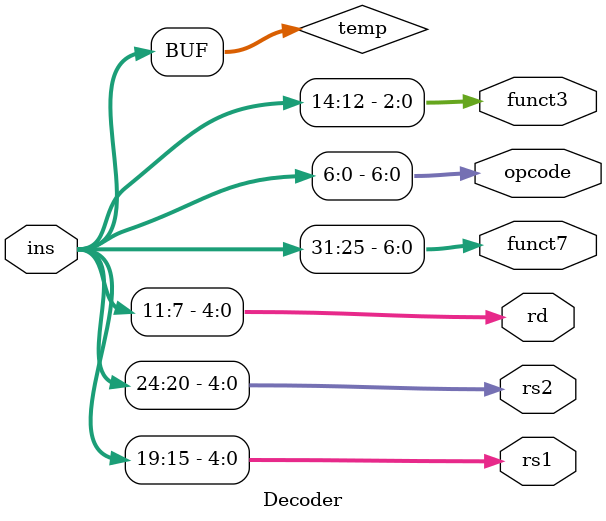
<source format=v>
`timescale 1ns / 1ps


module Decoder(
        input [31:0] ins,
        output reg [4:0] rs1,rs2,rd,
        output reg [6:0] funct7,
        output reg [6:0] opcode,
        output reg [2:0] funct3 
    );
    
    wire [31:0] temp = ins;

    
always@(ins)
    begin

              
                funct7 = temp[31:25]; 
                rs2 = temp[24:20];
                rs1 = temp[19:15];
                funct3 = temp[14:12];
                rd = temp[11:7];
                opcode = temp[6:0];                     
      
          

    end  
     
endmodule


</source>
